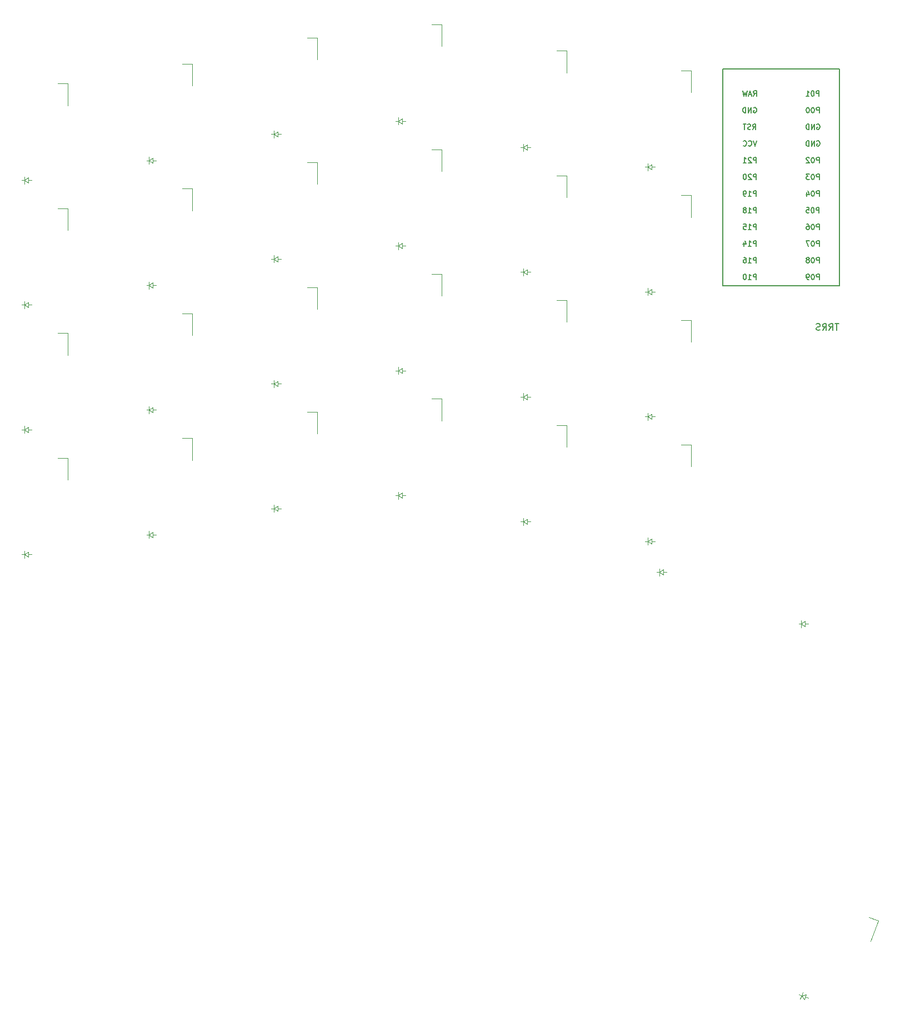
<source format=gbr>
%TF.GenerationSoftware,KiCad,Pcbnew,(6.0.8)*%
%TF.CreationDate,2022-12-10T14:26:34-07:00*%
%TF.ProjectId,scaarix_flow,73636161-7269-4785-9f66-6c6f772e6b69,v1.0.0*%
%TF.SameCoordinates,Original*%
%TF.FileFunction,Legend,Bot*%
%TF.FilePolarity,Positive*%
%FSLAX46Y46*%
G04 Gerber Fmt 4.6, Leading zero omitted, Abs format (unit mm)*
G04 Created by KiCad (PCBNEW (6.0.8)) date 2022-12-10 14:26:34*
%MOMM*%
%LPD*%
G01*
G04 APERTURE LIST*
G04 Aperture macros list*
%AMRoundRect*
0 Rectangle with rounded corners*
0 $1 Rounding radius*
0 $2 $3 $4 $5 $6 $7 $8 $9 X,Y pos of 4 corners*
0 Add a 4 corners polygon primitive as box body*
4,1,4,$2,$3,$4,$5,$6,$7,$8,$9,$2,$3,0*
0 Add four circle primitives for the rounded corners*
1,1,$1+$1,$2,$3*
1,1,$1+$1,$4,$5*
1,1,$1+$1,$6,$7*
1,1,$1+$1,$8,$9*
0 Add four rect primitives between the rounded corners*
20,1,$1+$1,$2,$3,$4,$5,0*
20,1,$1+$1,$4,$5,$6,$7,0*
20,1,$1+$1,$6,$7,$8,$9,0*
20,1,$1+$1,$8,$9,$2,$3,0*%
%AMHorizOval*
0 Thick line with rounded ends*
0 $1 width*
0 $2 $3 position (X,Y) of the first rounded end (center of the circle)*
0 $4 $5 position (X,Y) of the second rounded end (center of the circle)*
0 Add line between two ends*
20,1,$1,$2,$3,$4,$5,0*
0 Add two circle primitives to create the rounded ends*
1,1,$1,$2,$3*
1,1,$1,$4,$5*%
%AMRotRect*
0 Rectangle, with rotation*
0 The origin of the aperture is its center*
0 $1 length*
0 $2 width*
0 $3 Rotation angle, in degrees counterclockwise*
0 Add horizontal line*
21,1,$1,$2,0,0,$3*%
G04 Aperture macros list end*
%ADD10C,0.150000*%
%ADD11C,0.120000*%
%ADD12C,0.100000*%
%ADD13R,1.752600X1.752600*%
%ADD14C,1.752600*%
%ADD15C,1.500000*%
%ADD16O,2.200000X1.600000*%
%ADD17C,3.987800*%
%ADD18C,1.701800*%
%ADD19C,2.350000*%
%ADD20HorizOval,2.350000X-0.713917X-1.431895X0.713917X1.431895X0*%
%ADD21HorizOval,2.350000X-0.713917X1.431895X0.713917X-1.431895X0*%
%ADD22C,1.905000*%
%ADD23R,0.900000X1.200000*%
%ADD24R,1.778000X1.778000*%
%ADD25C,3.048000*%
%ADD26HorizOval,2.350000X-1.179644X-1.080944X1.179644X1.080944X0*%
%ADD27HorizOval,2.350000X-0.153353X1.592634X0.153353X-1.592634X0*%
%ADD28C,2.200000*%
%ADD29RotRect,0.900000X1.200000X339.000000*%
%ADD30RotRect,1.778000X1.778000X339.000000*%
%ADD31RoundRect,0.254000X-0.607235X1.302220X-1.302220X-0.607235X0.607235X-1.302220X1.302220X0.607235X0*%
G04 APERTURE END LIST*
D10*
%TO.C, *%
X269142847Y-102462252D02*
X268571419Y-102462252D01*
X268857133Y-103462252D02*
X268857133Y-102462252D01*
X267666657Y-103462252D02*
X267999990Y-102986062D01*
X268238085Y-103462252D02*
X268238085Y-102462252D01*
X267857133Y-102462252D01*
X267761895Y-102509872D01*
X267714276Y-102557491D01*
X267666657Y-102652729D01*
X267666657Y-102795586D01*
X267714276Y-102890824D01*
X267761895Y-102938443D01*
X267857133Y-102986062D01*
X268238085Y-102986062D01*
X266666657Y-103462252D02*
X266999990Y-102986062D01*
X267238085Y-103462252D02*
X267238085Y-102462252D01*
X266857133Y-102462252D01*
X266761895Y-102509872D01*
X266714276Y-102557491D01*
X266666657Y-102652729D01*
X266666657Y-102795586D01*
X266714276Y-102890824D01*
X266761895Y-102938443D01*
X266857133Y-102986062D01*
X267238085Y-102986062D01*
X266285704Y-103414633D02*
X266142847Y-103462252D01*
X265904752Y-103462252D01*
X265809514Y-103414633D01*
X265761895Y-103367014D01*
X265714276Y-103271776D01*
X265714276Y-103176538D01*
X265761895Y-103081300D01*
X265809514Y-103033681D01*
X265904752Y-102986062D01*
X266095228Y-102938443D01*
X266190466Y-102890824D01*
X266238085Y-102843205D01*
X266285704Y-102747967D01*
X266285704Y-102652729D01*
X266238085Y-102557491D01*
X266190466Y-102509872D01*
X266095228Y-102462252D01*
X265857133Y-102462252D01*
X265714276Y-102509872D01*
%TO.C,MCU1*%
X256552983Y-95734122D02*
X256552983Y-94934122D01*
X256248221Y-94934122D01*
X256172031Y-94972218D01*
X256133935Y-95010313D01*
X256095840Y-95086503D01*
X256095840Y-95200789D01*
X256133935Y-95276979D01*
X256172031Y-95315075D01*
X256248221Y-95353170D01*
X256552983Y-95353170D01*
X255333935Y-95734122D02*
X255791078Y-95734122D01*
X255562507Y-95734122D02*
X255562507Y-94934122D01*
X255638697Y-95048408D01*
X255714888Y-95124598D01*
X255791078Y-95162694D01*
X254838697Y-94934122D02*
X254762507Y-94934122D01*
X254686316Y-94972218D01*
X254648221Y-95010313D01*
X254610126Y-95086503D01*
X254572031Y-95238884D01*
X254572031Y-95429360D01*
X254610126Y-95581741D01*
X254648221Y-95657932D01*
X254686316Y-95696027D01*
X254762507Y-95734122D01*
X254838697Y-95734122D01*
X254914888Y-95696027D01*
X254952983Y-95657932D01*
X254991078Y-95581741D01*
X255029174Y-95429360D01*
X255029174Y-95238884D01*
X254991078Y-95086503D01*
X254952983Y-95010313D01*
X254914888Y-94972218D01*
X254838697Y-94934122D01*
X256552983Y-93188842D02*
X256552983Y-92388842D01*
X256248221Y-92388842D01*
X256172031Y-92426938D01*
X256133935Y-92465033D01*
X256095840Y-92541223D01*
X256095840Y-92655509D01*
X256133935Y-92731699D01*
X256172031Y-92769795D01*
X256248221Y-92807890D01*
X256552983Y-92807890D01*
X255333935Y-93188842D02*
X255791078Y-93188842D01*
X255562507Y-93188842D02*
X255562507Y-92388842D01*
X255638697Y-92503128D01*
X255714888Y-92579318D01*
X255791078Y-92617414D01*
X254648221Y-92388842D02*
X254800602Y-92388842D01*
X254876793Y-92426938D01*
X254914888Y-92465033D01*
X254991078Y-92579318D01*
X255029174Y-92731699D01*
X255029174Y-93036461D01*
X254991078Y-93112652D01*
X254952983Y-93150747D01*
X254876793Y-93188842D01*
X254724412Y-93188842D01*
X254648221Y-93150747D01*
X254610126Y-93112652D01*
X254572031Y-93036461D01*
X254572031Y-92845985D01*
X254610126Y-92769795D01*
X254648221Y-92731699D01*
X254724412Y-92693604D01*
X254876793Y-92693604D01*
X254952983Y-92731699D01*
X254991078Y-92769795D01*
X255029174Y-92845985D01*
X256552983Y-90643562D02*
X256552983Y-89843562D01*
X256248221Y-89843562D01*
X256172031Y-89881658D01*
X256133935Y-89919753D01*
X256095840Y-89995943D01*
X256095840Y-90110229D01*
X256133935Y-90186419D01*
X256172031Y-90224515D01*
X256248221Y-90262610D01*
X256552983Y-90262610D01*
X255333935Y-90643562D02*
X255791078Y-90643562D01*
X255562507Y-90643562D02*
X255562507Y-89843562D01*
X255638697Y-89957848D01*
X255714888Y-90034038D01*
X255791078Y-90072134D01*
X254648221Y-90110229D02*
X254648221Y-90643562D01*
X254838697Y-89805467D02*
X255029174Y-90376896D01*
X254533935Y-90376896D01*
X256552983Y-88098283D02*
X256552983Y-87298283D01*
X256248221Y-87298283D01*
X256172031Y-87336379D01*
X256133935Y-87374474D01*
X256095840Y-87450664D01*
X256095840Y-87564950D01*
X256133935Y-87641140D01*
X256172031Y-87679236D01*
X256248221Y-87717331D01*
X256552983Y-87717331D01*
X255333935Y-88098283D02*
X255791078Y-88098283D01*
X255562507Y-88098283D02*
X255562507Y-87298283D01*
X255638697Y-87412569D01*
X255714888Y-87488759D01*
X255791078Y-87526855D01*
X254610126Y-87298283D02*
X254991078Y-87298283D01*
X255029174Y-87679236D01*
X254991078Y-87641140D01*
X254914888Y-87603045D01*
X254724412Y-87603045D01*
X254648221Y-87641140D01*
X254610126Y-87679236D01*
X254572031Y-87755426D01*
X254572031Y-87945902D01*
X254610126Y-88022093D01*
X254648221Y-88060188D01*
X254724412Y-88098283D01*
X254914888Y-88098283D01*
X254991078Y-88060188D01*
X255029174Y-88022093D01*
X256552983Y-85578975D02*
X256552983Y-84778975D01*
X256248221Y-84778975D01*
X256172031Y-84817071D01*
X256133935Y-84855166D01*
X256095840Y-84931356D01*
X256095840Y-85045642D01*
X256133935Y-85121832D01*
X256172031Y-85159928D01*
X256248221Y-85198023D01*
X256552983Y-85198023D01*
X255333935Y-85578975D02*
X255791078Y-85578975D01*
X255562507Y-85578975D02*
X255562507Y-84778975D01*
X255638697Y-84893261D01*
X255714888Y-84969451D01*
X255791078Y-85007547D01*
X254876793Y-85121832D02*
X254952983Y-85083737D01*
X254991078Y-85045642D01*
X255029174Y-84969451D01*
X255029174Y-84931356D01*
X254991078Y-84855166D01*
X254952983Y-84817071D01*
X254876793Y-84778975D01*
X254724412Y-84778975D01*
X254648221Y-84817071D01*
X254610126Y-84855166D01*
X254572031Y-84931356D01*
X254572031Y-84969451D01*
X254610126Y-85045642D01*
X254648221Y-85083737D01*
X254724412Y-85121832D01*
X254876793Y-85121832D01*
X254952983Y-85159928D01*
X254991078Y-85198023D01*
X255029174Y-85274213D01*
X255029174Y-85426594D01*
X254991078Y-85502785D01*
X254952983Y-85540880D01*
X254876793Y-85578975D01*
X254724412Y-85578975D01*
X254648221Y-85540880D01*
X254610126Y-85502785D01*
X254572031Y-85426594D01*
X254572031Y-85274213D01*
X254610126Y-85198023D01*
X254648221Y-85159928D01*
X254724412Y-85121832D01*
X256552983Y-83033696D02*
X256552983Y-82233696D01*
X256248221Y-82233696D01*
X256172031Y-82271792D01*
X256133935Y-82309887D01*
X256095840Y-82386077D01*
X256095840Y-82500363D01*
X256133935Y-82576553D01*
X256172031Y-82614649D01*
X256248221Y-82652744D01*
X256552983Y-82652744D01*
X255333935Y-83033696D02*
X255791078Y-83033696D01*
X255562507Y-83033696D02*
X255562507Y-82233696D01*
X255638697Y-82347982D01*
X255714888Y-82424172D01*
X255791078Y-82462268D01*
X254952983Y-83033696D02*
X254800602Y-83033696D01*
X254724412Y-82995601D01*
X254686316Y-82957506D01*
X254610126Y-82843220D01*
X254572031Y-82690839D01*
X254572031Y-82386077D01*
X254610126Y-82309887D01*
X254648221Y-82271792D01*
X254724412Y-82233696D01*
X254876793Y-82233696D01*
X254952983Y-82271792D01*
X254991078Y-82309887D01*
X255029174Y-82386077D01*
X255029174Y-82576553D01*
X254991078Y-82652744D01*
X254952983Y-82690839D01*
X254876793Y-82728934D01*
X254724412Y-82728934D01*
X254648221Y-82690839D01*
X254610126Y-82652744D01*
X254572031Y-82576553D01*
X256552983Y-80488417D02*
X256552983Y-79688417D01*
X256248221Y-79688417D01*
X256172031Y-79726513D01*
X256133935Y-79764608D01*
X256095840Y-79840798D01*
X256095840Y-79955084D01*
X256133935Y-80031274D01*
X256172031Y-80069370D01*
X256248221Y-80107465D01*
X256552983Y-80107465D01*
X255791078Y-79764608D02*
X255752983Y-79726513D01*
X255676793Y-79688417D01*
X255486316Y-79688417D01*
X255410126Y-79726513D01*
X255372031Y-79764608D01*
X255333935Y-79840798D01*
X255333935Y-79916989D01*
X255372031Y-80031274D01*
X255829174Y-80488417D01*
X255333935Y-80488417D01*
X254838697Y-79688417D02*
X254762507Y-79688417D01*
X254686316Y-79726513D01*
X254648221Y-79764608D01*
X254610126Y-79840798D01*
X254572031Y-79993179D01*
X254572031Y-80183655D01*
X254610126Y-80336036D01*
X254648221Y-80412227D01*
X254686316Y-80450322D01*
X254762507Y-80488417D01*
X254838697Y-80488417D01*
X254914888Y-80450322D01*
X254952983Y-80412227D01*
X254991078Y-80336036D01*
X255029174Y-80183655D01*
X255029174Y-79993179D01*
X254991078Y-79840798D01*
X254952983Y-79764608D01*
X254914888Y-79726513D01*
X254838697Y-79688417D01*
X256552983Y-77943138D02*
X256552983Y-77143138D01*
X256248221Y-77143138D01*
X256172031Y-77181234D01*
X256133935Y-77219329D01*
X256095840Y-77295519D01*
X256095840Y-77409805D01*
X256133935Y-77485995D01*
X256172031Y-77524091D01*
X256248221Y-77562186D01*
X256552983Y-77562186D01*
X255791078Y-77219329D02*
X255752983Y-77181234D01*
X255676793Y-77143138D01*
X255486316Y-77143138D01*
X255410126Y-77181234D01*
X255372031Y-77219329D01*
X255333935Y-77295519D01*
X255333935Y-77371710D01*
X255372031Y-77485995D01*
X255829174Y-77943138D01*
X255333935Y-77943138D01*
X254572031Y-77943138D02*
X255029174Y-77943138D01*
X254800602Y-77943138D02*
X254800602Y-77143138D01*
X254876793Y-77257424D01*
X254952983Y-77333614D01*
X255029174Y-77371710D01*
X256648221Y-74597858D02*
X256381555Y-75397858D01*
X256114888Y-74597858D01*
X255391078Y-75321668D02*
X255429174Y-75359763D01*
X255543459Y-75397858D01*
X255619650Y-75397858D01*
X255733935Y-75359763D01*
X255810126Y-75283573D01*
X255848221Y-75207382D01*
X255886316Y-75055001D01*
X255886316Y-74940715D01*
X255848221Y-74788334D01*
X255810126Y-74712144D01*
X255733935Y-74635954D01*
X255619650Y-74597858D01*
X255543459Y-74597858D01*
X255429174Y-74635954D01*
X255391078Y-74674049D01*
X254591078Y-75321668D02*
X254629174Y-75359763D01*
X254743459Y-75397858D01*
X254819650Y-75397858D01*
X254933935Y-75359763D01*
X255010126Y-75283573D01*
X255048221Y-75207382D01*
X255086316Y-75055001D01*
X255086316Y-74940715D01*
X255048221Y-74788334D01*
X255010126Y-74712144D01*
X254933935Y-74635954D01*
X254819650Y-74597858D01*
X254743459Y-74597858D01*
X254629174Y-74635954D01*
X254591078Y-74674049D01*
X256019650Y-72878551D02*
X256286316Y-72497599D01*
X256476793Y-72878551D02*
X256476793Y-72078551D01*
X256172031Y-72078551D01*
X256095840Y-72116647D01*
X256057745Y-72154742D01*
X256019650Y-72230932D01*
X256019650Y-72345218D01*
X256057745Y-72421408D01*
X256095840Y-72459504D01*
X256172031Y-72497599D01*
X256476793Y-72497599D01*
X255714888Y-72840456D02*
X255600602Y-72878551D01*
X255410126Y-72878551D01*
X255333935Y-72840456D01*
X255295840Y-72802361D01*
X255257745Y-72726170D01*
X255257745Y-72649980D01*
X255295840Y-72573789D01*
X255333935Y-72535694D01*
X255410126Y-72497599D01*
X255562507Y-72459504D01*
X255638697Y-72421408D01*
X255676793Y-72383313D01*
X255714888Y-72307123D01*
X255714888Y-72230932D01*
X255676793Y-72154742D01*
X255638697Y-72116647D01*
X255562507Y-72078551D01*
X255372031Y-72078551D01*
X255257745Y-72116647D01*
X255029174Y-72078551D02*
X254572031Y-72078551D01*
X254800602Y-72878551D02*
X254800602Y-72078551D01*
X256191078Y-69571367D02*
X256267269Y-69533271D01*
X256381555Y-69533271D01*
X256495840Y-69571367D01*
X256572031Y-69647557D01*
X256610126Y-69723747D01*
X256648221Y-69876128D01*
X256648221Y-69990414D01*
X256610126Y-70142795D01*
X256572031Y-70218986D01*
X256495840Y-70295176D01*
X256381555Y-70333271D01*
X256305364Y-70333271D01*
X256191078Y-70295176D01*
X256152983Y-70257081D01*
X256152983Y-69990414D01*
X256305364Y-69990414D01*
X255810126Y-70333271D02*
X255810126Y-69533271D01*
X255352983Y-70333271D01*
X255352983Y-69533271D01*
X254972031Y-70333271D02*
X254972031Y-69533271D01*
X254781555Y-69533271D01*
X254667269Y-69571367D01*
X254591078Y-69647557D01*
X254552983Y-69723747D01*
X254514888Y-69876128D01*
X254514888Y-69990414D01*
X254552983Y-70142795D01*
X254591078Y-70218986D01*
X254667269Y-70295176D01*
X254781555Y-70333271D01*
X254972031Y-70333271D01*
X256133935Y-67787991D02*
X256400602Y-67407039D01*
X256591078Y-67787991D02*
X256591078Y-66987991D01*
X256286316Y-66987991D01*
X256210126Y-67026087D01*
X256172031Y-67064182D01*
X256133935Y-67140372D01*
X256133935Y-67254658D01*
X256172031Y-67330848D01*
X256210126Y-67368944D01*
X256286316Y-67407039D01*
X256591078Y-67407039D01*
X255829174Y-67559420D02*
X255448221Y-67559420D01*
X255905364Y-67787991D02*
X255638697Y-66987991D01*
X255372031Y-67787991D01*
X255181555Y-66987991D02*
X254991078Y-67787991D01*
X254838697Y-67216563D01*
X254686316Y-67787991D01*
X254495840Y-66987991D01*
X266170205Y-95733270D02*
X266170205Y-94933270D01*
X265865443Y-94933270D01*
X265789253Y-94971366D01*
X265751157Y-95009461D01*
X265713062Y-95085651D01*
X265713062Y-95199937D01*
X265751157Y-95276127D01*
X265789253Y-95314223D01*
X265865443Y-95352318D01*
X266170205Y-95352318D01*
X265217824Y-94933270D02*
X265141634Y-94933270D01*
X265065443Y-94971366D01*
X265027348Y-95009461D01*
X264989253Y-95085651D01*
X264951157Y-95238032D01*
X264951157Y-95428508D01*
X264989253Y-95580889D01*
X265027348Y-95657080D01*
X265065443Y-95695175D01*
X265141634Y-95733270D01*
X265217824Y-95733270D01*
X265294015Y-95695175D01*
X265332110Y-95657080D01*
X265370205Y-95580889D01*
X265408300Y-95428508D01*
X265408300Y-95238032D01*
X265370205Y-95085651D01*
X265332110Y-95009461D01*
X265294015Y-94971366D01*
X265217824Y-94933270D01*
X264570205Y-95733270D02*
X264417824Y-95733270D01*
X264341634Y-95695175D01*
X264303538Y-95657080D01*
X264227348Y-95542794D01*
X264189253Y-95390413D01*
X264189253Y-95085651D01*
X264227348Y-95009461D01*
X264265443Y-94971366D01*
X264341634Y-94933270D01*
X264494015Y-94933270D01*
X264570205Y-94971366D01*
X264608300Y-95009461D01*
X264646396Y-95085651D01*
X264646396Y-95276127D01*
X264608300Y-95352318D01*
X264570205Y-95390413D01*
X264494015Y-95428508D01*
X264341634Y-95428508D01*
X264265443Y-95390413D01*
X264227348Y-95352318D01*
X264189253Y-95276127D01*
X266170205Y-93187990D02*
X266170205Y-92387990D01*
X265865443Y-92387990D01*
X265789253Y-92426086D01*
X265751157Y-92464181D01*
X265713062Y-92540371D01*
X265713062Y-92654657D01*
X265751157Y-92730847D01*
X265789253Y-92768943D01*
X265865443Y-92807038D01*
X266170205Y-92807038D01*
X265217824Y-92387990D02*
X265141634Y-92387990D01*
X265065443Y-92426086D01*
X265027348Y-92464181D01*
X264989253Y-92540371D01*
X264951157Y-92692752D01*
X264951157Y-92883228D01*
X264989253Y-93035609D01*
X265027348Y-93111800D01*
X265065443Y-93149895D01*
X265141634Y-93187990D01*
X265217824Y-93187990D01*
X265294015Y-93149895D01*
X265332110Y-93111800D01*
X265370205Y-93035609D01*
X265408300Y-92883228D01*
X265408300Y-92692752D01*
X265370205Y-92540371D01*
X265332110Y-92464181D01*
X265294015Y-92426086D01*
X265217824Y-92387990D01*
X264494015Y-92730847D02*
X264570205Y-92692752D01*
X264608300Y-92654657D01*
X264646396Y-92578466D01*
X264646396Y-92540371D01*
X264608300Y-92464181D01*
X264570205Y-92426086D01*
X264494015Y-92387990D01*
X264341634Y-92387990D01*
X264265443Y-92426086D01*
X264227348Y-92464181D01*
X264189253Y-92540371D01*
X264189253Y-92578466D01*
X264227348Y-92654657D01*
X264265443Y-92692752D01*
X264341634Y-92730847D01*
X264494015Y-92730847D01*
X264570205Y-92768943D01*
X264608300Y-92807038D01*
X264646396Y-92883228D01*
X264646396Y-93035609D01*
X264608300Y-93111800D01*
X264570205Y-93149895D01*
X264494015Y-93187990D01*
X264341634Y-93187990D01*
X264265443Y-93149895D01*
X264227348Y-93111800D01*
X264189253Y-93035609D01*
X264189253Y-92883228D01*
X264227348Y-92807038D01*
X264265443Y-92768943D01*
X264341634Y-92730847D01*
X266170205Y-90642711D02*
X266170205Y-89842711D01*
X265865443Y-89842711D01*
X265789253Y-89880807D01*
X265751157Y-89918902D01*
X265713062Y-89995092D01*
X265713062Y-90109378D01*
X265751157Y-90185568D01*
X265789253Y-90223664D01*
X265865443Y-90261759D01*
X266170205Y-90261759D01*
X265217824Y-89842711D02*
X265141634Y-89842711D01*
X265065443Y-89880807D01*
X265027348Y-89918902D01*
X264989253Y-89995092D01*
X264951157Y-90147473D01*
X264951157Y-90337949D01*
X264989253Y-90490330D01*
X265027348Y-90566521D01*
X265065443Y-90604616D01*
X265141634Y-90642711D01*
X265217824Y-90642711D01*
X265294015Y-90604616D01*
X265332110Y-90566521D01*
X265370205Y-90490330D01*
X265408300Y-90337949D01*
X265408300Y-90147473D01*
X265370205Y-89995092D01*
X265332110Y-89918902D01*
X265294015Y-89880807D01*
X265217824Y-89842711D01*
X264684491Y-89842711D02*
X264151157Y-89842711D01*
X264494015Y-90642711D01*
X266170205Y-88123403D02*
X266170205Y-87323403D01*
X265865443Y-87323403D01*
X265789253Y-87361499D01*
X265751157Y-87399594D01*
X265713062Y-87475784D01*
X265713062Y-87590070D01*
X265751157Y-87666260D01*
X265789253Y-87704356D01*
X265865443Y-87742451D01*
X266170205Y-87742451D01*
X265217824Y-87323403D02*
X265141634Y-87323403D01*
X265065443Y-87361499D01*
X265027348Y-87399594D01*
X264989253Y-87475784D01*
X264951157Y-87628165D01*
X264951157Y-87818641D01*
X264989253Y-87971022D01*
X265027348Y-88047213D01*
X265065443Y-88085308D01*
X265141634Y-88123403D01*
X265217824Y-88123403D01*
X265294015Y-88085308D01*
X265332110Y-88047213D01*
X265370205Y-87971022D01*
X265408300Y-87818641D01*
X265408300Y-87628165D01*
X265370205Y-87475784D01*
X265332110Y-87399594D01*
X265294015Y-87361499D01*
X265217824Y-87323403D01*
X264265443Y-87323403D02*
X264417824Y-87323403D01*
X264494015Y-87361499D01*
X264532110Y-87399594D01*
X264608300Y-87513879D01*
X264646396Y-87666260D01*
X264646396Y-87971022D01*
X264608300Y-88047213D01*
X264570205Y-88085308D01*
X264494015Y-88123403D01*
X264341634Y-88123403D01*
X264265443Y-88085308D01*
X264227348Y-88047213D01*
X264189253Y-87971022D01*
X264189253Y-87780546D01*
X264227348Y-87704356D01*
X264265443Y-87666260D01*
X264341634Y-87628165D01*
X264494015Y-87628165D01*
X264570205Y-87666260D01*
X264608300Y-87704356D01*
X264646396Y-87780546D01*
X266149928Y-85583404D02*
X266149928Y-84783404D01*
X265845166Y-84783404D01*
X265768976Y-84821500D01*
X265730880Y-84859595D01*
X265692785Y-84935785D01*
X265692785Y-85050071D01*
X265730880Y-85126261D01*
X265768976Y-85164357D01*
X265845166Y-85202452D01*
X266149928Y-85202452D01*
X265197547Y-84783404D02*
X265121357Y-84783404D01*
X265045166Y-84821500D01*
X265007071Y-84859595D01*
X264968976Y-84935785D01*
X264930880Y-85088166D01*
X264930880Y-85278642D01*
X264968976Y-85431023D01*
X265007071Y-85507214D01*
X265045166Y-85545309D01*
X265121357Y-85583404D01*
X265197547Y-85583404D01*
X265273738Y-85545309D01*
X265311833Y-85507214D01*
X265349928Y-85431023D01*
X265388023Y-85278642D01*
X265388023Y-85088166D01*
X265349928Y-84935785D01*
X265311833Y-84859595D01*
X265273738Y-84821500D01*
X265197547Y-84783404D01*
X264207071Y-84783404D02*
X264588023Y-84783404D01*
X264626119Y-85164357D01*
X264588023Y-85126261D01*
X264511833Y-85088166D01*
X264321357Y-85088166D01*
X264245166Y-85126261D01*
X264207071Y-85164357D01*
X264168976Y-85240547D01*
X264168976Y-85431023D01*
X264207071Y-85507214D01*
X264245166Y-85545309D01*
X264321357Y-85583404D01*
X264511833Y-85583404D01*
X264588023Y-85545309D01*
X264626119Y-85507214D01*
X266170205Y-83032844D02*
X266170205Y-82232844D01*
X265865443Y-82232844D01*
X265789253Y-82270940D01*
X265751157Y-82309035D01*
X265713062Y-82385225D01*
X265713062Y-82499511D01*
X265751157Y-82575701D01*
X265789253Y-82613797D01*
X265865443Y-82651892D01*
X266170205Y-82651892D01*
X265217824Y-82232844D02*
X265141634Y-82232844D01*
X265065443Y-82270940D01*
X265027348Y-82309035D01*
X264989253Y-82385225D01*
X264951157Y-82537606D01*
X264951157Y-82728082D01*
X264989253Y-82880463D01*
X265027348Y-82956654D01*
X265065443Y-82994749D01*
X265141634Y-83032844D01*
X265217824Y-83032844D01*
X265294015Y-82994749D01*
X265332110Y-82956654D01*
X265370205Y-82880463D01*
X265408300Y-82728082D01*
X265408300Y-82537606D01*
X265370205Y-82385225D01*
X265332110Y-82309035D01*
X265294015Y-82270940D01*
X265217824Y-82232844D01*
X264265443Y-82499511D02*
X264265443Y-83032844D01*
X264455919Y-82194749D02*
X264646396Y-82766178D01*
X264151157Y-82766178D01*
X266170205Y-80487566D02*
X266170205Y-79687566D01*
X265865443Y-79687566D01*
X265789253Y-79725662D01*
X265751157Y-79763757D01*
X265713062Y-79839947D01*
X265713062Y-79954233D01*
X265751157Y-80030423D01*
X265789253Y-80068519D01*
X265865443Y-80106614D01*
X266170205Y-80106614D01*
X265217824Y-79687566D02*
X265141634Y-79687566D01*
X265065443Y-79725662D01*
X265027348Y-79763757D01*
X264989253Y-79839947D01*
X264951157Y-79992328D01*
X264951157Y-80182804D01*
X264989253Y-80335185D01*
X265027348Y-80411376D01*
X265065443Y-80449471D01*
X265141634Y-80487566D01*
X265217824Y-80487566D01*
X265294015Y-80449471D01*
X265332110Y-80411376D01*
X265370205Y-80335185D01*
X265408300Y-80182804D01*
X265408300Y-79992328D01*
X265370205Y-79839947D01*
X265332110Y-79763757D01*
X265294015Y-79725662D01*
X265217824Y-79687566D01*
X264684491Y-79687566D02*
X264189253Y-79687566D01*
X264455919Y-79992328D01*
X264341634Y-79992328D01*
X264265443Y-80030423D01*
X264227348Y-80068519D01*
X264189253Y-80144709D01*
X264189253Y-80335185D01*
X264227348Y-80411376D01*
X264265443Y-80449471D01*
X264341634Y-80487566D01*
X264570205Y-80487566D01*
X264646396Y-80449471D01*
X264684491Y-80411376D01*
X266170205Y-77942286D02*
X266170205Y-77142286D01*
X265865443Y-77142286D01*
X265789253Y-77180382D01*
X265751157Y-77218477D01*
X265713062Y-77294667D01*
X265713062Y-77408953D01*
X265751157Y-77485143D01*
X265789253Y-77523239D01*
X265865443Y-77561334D01*
X266170205Y-77561334D01*
X265217824Y-77142286D02*
X265141634Y-77142286D01*
X265065443Y-77180382D01*
X265027348Y-77218477D01*
X264989253Y-77294667D01*
X264951157Y-77447048D01*
X264951157Y-77637524D01*
X264989253Y-77789905D01*
X265027348Y-77866096D01*
X265065443Y-77904191D01*
X265141634Y-77942286D01*
X265217824Y-77942286D01*
X265294015Y-77904191D01*
X265332110Y-77866096D01*
X265370205Y-77789905D01*
X265408300Y-77637524D01*
X265408300Y-77447048D01*
X265370205Y-77294667D01*
X265332110Y-77218477D01*
X265294015Y-77180382D01*
X265217824Y-77142286D01*
X264646396Y-77218477D02*
X264608300Y-77180382D01*
X264532110Y-77142286D01*
X264341634Y-77142286D01*
X264265443Y-77180382D01*
X264227348Y-77218477D01*
X264189253Y-77294667D01*
X264189253Y-77370858D01*
X264227348Y-77485143D01*
X264684491Y-77942286D01*
X264189253Y-77942286D01*
X265808300Y-74661075D02*
X265884491Y-74622979D01*
X265998777Y-74622979D01*
X266113062Y-74661075D01*
X266189253Y-74737265D01*
X266227348Y-74813455D01*
X266265443Y-74965836D01*
X266265443Y-75080122D01*
X266227348Y-75232503D01*
X266189253Y-75308694D01*
X266113062Y-75384884D01*
X265998777Y-75422979D01*
X265922586Y-75422979D01*
X265808300Y-75384884D01*
X265770205Y-75346789D01*
X265770205Y-75080122D01*
X265922586Y-75080122D01*
X265427348Y-75422979D02*
X265427348Y-74622979D01*
X264970205Y-75422979D01*
X264970205Y-74622979D01*
X264589253Y-75422979D02*
X264589253Y-74622979D01*
X264398777Y-74622979D01*
X264284491Y-74661075D01*
X264208300Y-74737265D01*
X264170205Y-74813455D01*
X264132110Y-74965836D01*
X264132110Y-75080122D01*
X264170205Y-75232503D01*
X264208300Y-75308694D01*
X264284491Y-75384884D01*
X264398777Y-75422979D01*
X264589253Y-75422979D01*
X265808300Y-72115795D02*
X265884491Y-72077699D01*
X265998777Y-72077699D01*
X266113062Y-72115795D01*
X266189253Y-72191985D01*
X266227348Y-72268175D01*
X266265443Y-72420556D01*
X266265443Y-72534842D01*
X266227348Y-72687223D01*
X266189253Y-72763414D01*
X266113062Y-72839604D01*
X265998777Y-72877699D01*
X265922586Y-72877699D01*
X265808300Y-72839604D01*
X265770205Y-72801509D01*
X265770205Y-72534842D01*
X265922586Y-72534842D01*
X265427348Y-72877699D02*
X265427348Y-72077699D01*
X264970205Y-72877699D01*
X264970205Y-72077699D01*
X264589253Y-72877699D02*
X264589253Y-72077699D01*
X264398777Y-72077699D01*
X264284491Y-72115795D01*
X264208300Y-72191985D01*
X264170205Y-72268175D01*
X264132110Y-72420556D01*
X264132110Y-72534842D01*
X264170205Y-72687223D01*
X264208300Y-72763414D01*
X264284491Y-72839604D01*
X264398777Y-72877699D01*
X264589253Y-72877699D01*
X266170205Y-70332420D02*
X266170205Y-69532420D01*
X265865443Y-69532420D01*
X265789253Y-69570516D01*
X265751157Y-69608611D01*
X265713062Y-69684801D01*
X265713062Y-69799087D01*
X265751157Y-69875277D01*
X265789253Y-69913373D01*
X265865443Y-69951468D01*
X266170205Y-69951468D01*
X265217824Y-69532420D02*
X265141634Y-69532420D01*
X265065443Y-69570516D01*
X265027348Y-69608611D01*
X264989253Y-69684801D01*
X264951157Y-69837182D01*
X264951157Y-70027658D01*
X264989253Y-70180039D01*
X265027348Y-70256230D01*
X265065443Y-70294325D01*
X265141634Y-70332420D01*
X265217824Y-70332420D01*
X265294015Y-70294325D01*
X265332110Y-70256230D01*
X265370205Y-70180039D01*
X265408300Y-70027658D01*
X265408300Y-69837182D01*
X265370205Y-69684801D01*
X265332110Y-69608611D01*
X265294015Y-69570516D01*
X265217824Y-69532420D01*
X264455919Y-69532420D02*
X264379729Y-69532420D01*
X264303538Y-69570516D01*
X264265443Y-69608611D01*
X264227348Y-69684801D01*
X264189253Y-69837182D01*
X264189253Y-70027658D01*
X264227348Y-70180039D01*
X264265443Y-70256230D01*
X264303538Y-70294325D01*
X264379729Y-70332420D01*
X264455919Y-70332420D01*
X264532110Y-70294325D01*
X264570205Y-70256230D01*
X264608300Y-70180039D01*
X264646396Y-70027658D01*
X264646396Y-69837182D01*
X264608300Y-69684801D01*
X264570205Y-69608611D01*
X264532110Y-69570516D01*
X264455919Y-69532420D01*
X266149928Y-67803404D02*
X266149928Y-67003404D01*
X265845166Y-67003404D01*
X265768976Y-67041500D01*
X265730880Y-67079595D01*
X265692785Y-67155785D01*
X265692785Y-67270071D01*
X265730880Y-67346261D01*
X265768976Y-67384357D01*
X265845166Y-67422452D01*
X266149928Y-67422452D01*
X265197547Y-67003404D02*
X265121357Y-67003404D01*
X265045166Y-67041500D01*
X265007071Y-67079595D01*
X264968976Y-67155785D01*
X264930880Y-67308166D01*
X264930880Y-67498642D01*
X264968976Y-67651023D01*
X265007071Y-67727214D01*
X265045166Y-67765309D01*
X265121357Y-67803404D01*
X265197547Y-67803404D01*
X265273738Y-67765309D01*
X265311833Y-67727214D01*
X265349928Y-67651023D01*
X265388023Y-67498642D01*
X265388023Y-67308166D01*
X265349928Y-67155785D01*
X265311833Y-67079595D01*
X265273738Y-67041500D01*
X265197547Y-67003404D01*
X264168976Y-67803404D02*
X264626119Y-67803404D01*
X264397547Y-67803404D02*
X264397547Y-67003404D01*
X264473738Y-67117690D01*
X264549928Y-67193880D01*
X264626119Y-67231976D01*
X269268500Y-96651500D02*
X251488500Y-96651500D01*
X251488500Y-63631500D02*
X269268500Y-63631500D01*
X269268500Y-63631500D02*
X269268500Y-96651500D01*
X251488500Y-96651500D02*
X251488500Y-63631500D01*
D11*
%TO.C,S18*%
X227641000Y-98911500D02*
X227641000Y-102236500D01*
X227641000Y-98911500D02*
X226116000Y-98911500D01*
%TO.C,S7*%
X170641000Y-81911500D02*
X169116000Y-81911500D01*
X170641000Y-81911500D02*
X170641000Y-85236500D01*
%TO.C,S4*%
X151641000Y-65911500D02*
X150116000Y-65911500D01*
X151641000Y-65911500D02*
X151641000Y-69236500D01*
%TO.C,S22*%
X246641000Y-101911500D02*
X245116000Y-101911500D01*
X246641000Y-101911500D02*
X246641000Y-105236500D01*
%TO.C,S13*%
X208641000Y-113911500D02*
X208641000Y-117236500D01*
X208641000Y-113911500D02*
X207116000Y-113911500D01*
D12*
%TO.C,D19*%
X221628500Y-94611500D02*
X222128500Y-94611500D01*
X221028500Y-94611500D02*
X221628500Y-94211500D01*
X220628500Y-94611500D02*
X221028500Y-94611500D01*
X221628500Y-95011500D02*
X221028500Y-94611500D01*
X221028500Y-94611500D02*
X221028500Y-94061500D01*
X221628500Y-94211500D02*
X221628500Y-95011500D01*
X221028500Y-94611500D02*
X221028500Y-95161500D01*
%TO.C,D4*%
X145028500Y-80611500D02*
X145028500Y-80061500D01*
X145028500Y-80611500D02*
X145028500Y-81161500D01*
X145628500Y-81011500D02*
X145028500Y-80611500D01*
X145628500Y-80611500D02*
X146128500Y-80611500D01*
X145028500Y-80611500D02*
X145628500Y-80211500D01*
X144628500Y-80611500D02*
X145028500Y-80611500D01*
X145628500Y-80211500D02*
X145628500Y-81011500D01*
D11*
%TO.C,S11*%
X189641000Y-77911500D02*
X188116000Y-77911500D01*
X189641000Y-77911500D02*
X189641000Y-81236500D01*
%TO.C,S8*%
X170641000Y-62911500D02*
X169116000Y-62911500D01*
X170641000Y-62911500D02*
X170641000Y-66236500D01*
D12*
%TO.C,D21*%
X240628500Y-135211500D02*
X240628500Y-136011500D01*
X240028500Y-135611500D02*
X240028500Y-136161500D01*
X240628500Y-136011500D02*
X240028500Y-135611500D01*
X240028500Y-135611500D02*
X240028500Y-135061500D01*
X239628500Y-135611500D02*
X240028500Y-135611500D01*
X240028500Y-135611500D02*
X240628500Y-135211500D01*
X240628500Y-135611500D02*
X241128500Y-135611500D01*
%TO.C,D16*%
X202628500Y-71611500D02*
X203128500Y-71611500D01*
X202028500Y-71611500D02*
X202628500Y-71211500D01*
X201628500Y-71611500D02*
X202028500Y-71611500D01*
X202628500Y-71211500D02*
X202628500Y-72011500D01*
X202628500Y-72011500D02*
X202028500Y-71611500D01*
X202028500Y-71611500D02*
X202028500Y-72161500D01*
X202028500Y-71611500D02*
X202028500Y-71061500D01*
D11*
%TO.C,S17*%
X227641000Y-117911500D02*
X226116000Y-117911500D01*
X227641000Y-117911500D02*
X227641000Y-121236500D01*
D12*
%TO.C,D5*%
X164628500Y-135011500D02*
X164028500Y-134611500D01*
X164028500Y-134611500D02*
X164028500Y-135161500D01*
X164028500Y-134611500D02*
X164028500Y-134061500D01*
X163628500Y-134611500D02*
X164028500Y-134611500D01*
X164628500Y-134211500D02*
X164628500Y-135011500D01*
X164628500Y-134611500D02*
X165128500Y-134611500D01*
X164028500Y-134611500D02*
X164628500Y-134211500D01*
%TO.C,D7*%
X164028500Y-96611500D02*
X164028500Y-96061500D01*
X164628500Y-96211500D02*
X164628500Y-97011500D01*
X163628500Y-96611500D02*
X164028500Y-96611500D01*
X164628500Y-97011500D02*
X164028500Y-96611500D01*
X164028500Y-96611500D02*
X164028500Y-97161500D01*
X164028500Y-96611500D02*
X164628500Y-96211500D01*
X164628500Y-96611500D02*
X165128500Y-96611500D01*
D11*
%TO.C,S12*%
X189641000Y-58911500D02*
X189641000Y-62236500D01*
X189641000Y-58911500D02*
X188116000Y-58911500D01*
D12*
%TO.C,D2*%
X145628500Y-119011500D02*
X145028500Y-118611500D01*
X145628500Y-118611500D02*
X146128500Y-118611500D01*
X145028500Y-118611500D02*
X145628500Y-118211500D01*
X145628500Y-118211500D02*
X145628500Y-119011500D01*
X145028500Y-118611500D02*
X145028500Y-118061500D01*
X144628500Y-118611500D02*
X145028500Y-118611500D01*
X145028500Y-118611500D02*
X145028500Y-119161500D01*
D11*
%TO.C,S10*%
X189641000Y-96911500D02*
X188116000Y-96911500D01*
X189641000Y-96911500D02*
X189641000Y-100236500D01*
%TO.C,S6*%
X170641000Y-100911500D02*
X170641000Y-104236500D01*
X170641000Y-100911500D02*
X169116000Y-100911500D01*
D12*
%TO.C,D14*%
X202628500Y-109211500D02*
X202628500Y-110011500D01*
X202628500Y-110011500D02*
X202028500Y-109611500D01*
X202028500Y-109611500D02*
X202028500Y-109061500D01*
X202028500Y-109611500D02*
X202028500Y-110161500D01*
X202028500Y-109611500D02*
X202628500Y-109211500D01*
X201628500Y-109611500D02*
X202028500Y-109611500D01*
X202628500Y-109611500D02*
X203128500Y-109611500D01*
%TO.C,D20*%
X221028500Y-75611500D02*
X221028500Y-75061500D01*
X221628500Y-76011500D02*
X221028500Y-75611500D01*
X221028500Y-75611500D02*
X221628500Y-75211500D01*
X221628500Y-75611500D02*
X222128500Y-75611500D01*
X220628500Y-75611500D02*
X221028500Y-75611500D01*
X221028500Y-75611500D02*
X221028500Y-76161500D01*
X221628500Y-75211500D02*
X221628500Y-76011500D01*
D11*
%TO.C,S2*%
X151641000Y-103911500D02*
X150116000Y-103911500D01*
X151641000Y-103911500D02*
X151641000Y-107236500D01*
D12*
%TO.C,D13*%
X202028500Y-128611500D02*
X202028500Y-129161500D01*
X202628500Y-128611500D02*
X203128500Y-128611500D01*
X202028500Y-128611500D02*
X202628500Y-128211500D01*
X202028500Y-128611500D02*
X202028500Y-128061500D01*
X202628500Y-128211500D02*
X202628500Y-129011500D01*
X201628500Y-128611500D02*
X202028500Y-128611500D01*
X202628500Y-129011500D02*
X202028500Y-128611500D01*
D11*
%TO.C,S20*%
X227641000Y-60911500D02*
X227641000Y-64236500D01*
X227641000Y-60911500D02*
X226116000Y-60911500D01*
D12*
%TO.C,D17*%
X221028500Y-132611500D02*
X221628500Y-132211500D01*
X221028500Y-132611500D02*
X221028500Y-132061500D01*
X221028500Y-132611500D02*
X221028500Y-133161500D01*
X221628500Y-132611500D02*
X222128500Y-132611500D01*
X220628500Y-132611500D02*
X221028500Y-132611500D01*
X221628500Y-132211500D02*
X221628500Y-133011500D01*
X221628500Y-133011500D02*
X221028500Y-132611500D01*
D11*
%TO.C,S19*%
X227641000Y-79911500D02*
X227641000Y-83236500D01*
X227641000Y-79911500D02*
X226116000Y-79911500D01*
%TO.C,S15*%
X208641000Y-75911500D02*
X208641000Y-79236500D01*
X208641000Y-75911500D02*
X207116000Y-75911500D01*
%TO.C,S27*%
X275154439Y-193421281D02*
X273962866Y-196525435D01*
X275154439Y-193421281D02*
X273730729Y-192874769D01*
D12*
%TO.C,D6*%
X164028500Y-115611500D02*
X164028500Y-115061500D01*
X164028500Y-115611500D02*
X164028500Y-116161500D01*
X163628500Y-115611500D02*
X164028500Y-115611500D01*
X164028500Y-115611500D02*
X164628500Y-115211500D01*
X164628500Y-116011500D02*
X164028500Y-115611500D01*
X164628500Y-115611500D02*
X165128500Y-115611500D01*
X164628500Y-115211500D02*
X164628500Y-116011500D01*
%TO.C,D18*%
X221028500Y-113611500D02*
X221028500Y-114161500D01*
X221628500Y-113611500D02*
X222128500Y-113611500D01*
X221028500Y-113611500D02*
X221028500Y-113061500D01*
X221028500Y-113611500D02*
X221628500Y-113211500D01*
X221628500Y-114011500D02*
X221028500Y-113611500D01*
X221628500Y-113211500D02*
X221628500Y-114011500D01*
X220628500Y-113611500D02*
X221028500Y-113611500D01*
%TO.C,D11*%
X183628500Y-92211500D02*
X183628500Y-93011500D01*
X183028500Y-92611500D02*
X183628500Y-92211500D01*
X183028500Y-92611500D02*
X183028500Y-92061500D01*
X183628500Y-93011500D02*
X183028500Y-92611500D01*
X183028500Y-92611500D02*
X183028500Y-93161500D01*
X183628500Y-92611500D02*
X184128500Y-92611500D01*
X182628500Y-92611500D02*
X183028500Y-92611500D01*
D11*
%TO.C,S21*%
X246641000Y-120911500D02*
X246641000Y-124236500D01*
X246641000Y-120911500D02*
X245116000Y-120911500D01*
%TO.C,S9*%
X189641000Y-115911500D02*
X189641000Y-119236500D01*
X189641000Y-115911500D02*
X188116000Y-115911500D01*
D12*
%TO.C,D22*%
X240028500Y-116611500D02*
X240628500Y-116211500D01*
X240028500Y-116611500D02*
X240028500Y-117161500D01*
X239628500Y-116611500D02*
X240028500Y-116611500D01*
X240628500Y-116611500D02*
X241128500Y-116611500D01*
X240028500Y-116611500D02*
X240028500Y-116061500D01*
X240628500Y-117011500D02*
X240028500Y-116611500D01*
X240628500Y-116211500D02*
X240628500Y-117011500D01*
%TO.C,D12*%
X183028500Y-73611500D02*
X183028500Y-73061500D01*
X183028500Y-73611500D02*
X183628500Y-73211500D01*
X183028500Y-73611500D02*
X183028500Y-74161500D01*
X183628500Y-74011500D02*
X183028500Y-73611500D01*
X182628500Y-73611500D02*
X183028500Y-73611500D01*
X183628500Y-73211500D02*
X183628500Y-74011500D01*
X183628500Y-73611500D02*
X184128500Y-73611500D01*
%TO.C,D25*%
X241815570Y-140311500D02*
X241815570Y-139761500D01*
X241815570Y-140311500D02*
X242415570Y-139911500D01*
X242415570Y-140711500D02*
X241815570Y-140311500D01*
X241815570Y-140311500D02*
X241815570Y-140861500D01*
X242415570Y-140311500D02*
X242915570Y-140311500D01*
X241415570Y-140311500D02*
X241815570Y-140311500D01*
X242415570Y-139911500D02*
X242415570Y-140711500D01*
%TO.C,D26*%
X264028500Y-148577964D02*
X263428500Y-148177964D01*
X264028500Y-148177964D02*
X264528500Y-148177964D01*
X263428500Y-148177964D02*
X263428500Y-148727964D01*
X263028500Y-148177964D02*
X263428500Y-148177964D01*
X263428500Y-148177964D02*
X263428500Y-147627964D01*
X263428500Y-148177964D02*
X264028500Y-147777964D01*
X264028500Y-147777964D02*
X264028500Y-148577964D01*
D11*
%TO.C,S23*%
X246641000Y-82911500D02*
X245116000Y-82911500D01*
X246641000Y-82911500D02*
X246641000Y-86236500D01*
D12*
%TO.C,D15*%
X202628500Y-90211500D02*
X202628500Y-91011500D01*
X202028500Y-90611500D02*
X202028500Y-90061500D01*
X201628500Y-90611500D02*
X202028500Y-90611500D01*
X202628500Y-90611500D02*
X203128500Y-90611500D01*
X202628500Y-91011500D02*
X202028500Y-90611500D01*
X202028500Y-90611500D02*
X202028500Y-91161500D01*
X202028500Y-90611500D02*
X202628500Y-90211500D01*
%TO.C,D23*%
X240028500Y-97611500D02*
X240628500Y-97211500D01*
X239628500Y-97611500D02*
X240028500Y-97611500D01*
X240628500Y-97211500D02*
X240628500Y-98011500D01*
X240628500Y-97611500D02*
X241128500Y-97611500D01*
X240028500Y-97611500D02*
X240028500Y-97061500D01*
X240628500Y-98011500D02*
X240028500Y-97611500D01*
X240028500Y-97611500D02*
X240028500Y-98161500D01*
%TO.C,D24*%
X239628500Y-78611500D02*
X240028500Y-78611500D01*
X240628500Y-78611500D02*
X241128500Y-78611500D01*
X240028500Y-78611500D02*
X240028500Y-78061500D01*
X240028500Y-78611500D02*
X240028500Y-79161500D01*
X240028500Y-78611500D02*
X240628500Y-78211500D01*
X240628500Y-79011500D02*
X240028500Y-78611500D01*
X240628500Y-78211500D02*
X240628500Y-79011500D01*
D11*
%TO.C,S16*%
X208641000Y-56911500D02*
X208641000Y-60236500D01*
X208641000Y-56911500D02*
X207116000Y-56911500D01*
%TO.C,S5*%
X170641000Y-119911500D02*
X169116000Y-119911500D01*
X170641000Y-119911500D02*
X170641000Y-123236500D01*
D12*
%TO.C,D27*%
X263466460Y-204775205D02*
X264169955Y-204616794D01*
X264169955Y-204616794D02*
X263883261Y-205363658D01*
X263466460Y-204775205D02*
X263663562Y-204261736D01*
X264026608Y-204990226D02*
X264493398Y-205169410D01*
X263093028Y-204631858D02*
X263466460Y-204775205D01*
X263883261Y-205363658D02*
X263466460Y-204775205D01*
X263466460Y-204775205D02*
X263269357Y-205288674D01*
D11*
%TO.C,S1*%
X151641000Y-122911500D02*
X151641000Y-126236500D01*
X151641000Y-122911500D02*
X150116000Y-122911500D01*
%TO.C,S14*%
X208641000Y-94911500D02*
X207116000Y-94911500D01*
X208641000Y-94911500D02*
X208641000Y-98236500D01*
D12*
%TO.C,D8*%
X164628500Y-77211500D02*
X164628500Y-78011500D01*
X164028500Y-77611500D02*
X164628500Y-77211500D01*
X164628500Y-78011500D02*
X164028500Y-77611500D01*
X164028500Y-77611500D02*
X164028500Y-77061500D01*
X163628500Y-77611500D02*
X164028500Y-77611500D01*
X164028500Y-77611500D02*
X164028500Y-78161500D01*
X164628500Y-77611500D02*
X165128500Y-77611500D01*
%TO.C,D10*%
X183028500Y-111611500D02*
X183028500Y-112161500D01*
X183628500Y-111611500D02*
X184128500Y-111611500D01*
X182628500Y-111611500D02*
X183028500Y-111611500D01*
X183028500Y-111611500D02*
X183028500Y-111061500D01*
X183628500Y-112011500D02*
X183028500Y-111611500D01*
X183028500Y-111611500D02*
X183628500Y-111211500D01*
X183628500Y-111211500D02*
X183628500Y-112011500D01*
%TO.C,D9*%
X183628500Y-131011500D02*
X183028500Y-130611500D01*
X182628500Y-130611500D02*
X183028500Y-130611500D01*
X183028500Y-130611500D02*
X183028500Y-131161500D01*
X183628500Y-130611500D02*
X184128500Y-130611500D01*
X183028500Y-130611500D02*
X183628500Y-130211500D01*
X183628500Y-130211500D02*
X183628500Y-131011500D01*
X183028500Y-130611500D02*
X183028500Y-130061500D01*
%TO.C,D1*%
X145028500Y-137611500D02*
X145028500Y-137061500D01*
X145028500Y-137611500D02*
X145628500Y-137211500D01*
X145028500Y-137611500D02*
X145028500Y-138161500D01*
X144628500Y-137611500D02*
X145028500Y-137611500D01*
X145628500Y-138011500D02*
X145028500Y-137611500D01*
X145628500Y-137611500D02*
X146128500Y-137611500D01*
X145628500Y-137211500D02*
X145628500Y-138011500D01*
%TO.C,D3*%
X145628500Y-99611500D02*
X146128500Y-99611500D01*
X144628500Y-99611500D02*
X145028500Y-99611500D01*
X145028500Y-99611500D02*
X145028500Y-99061500D01*
X145628500Y-99211500D02*
X145628500Y-100011500D01*
X145028500Y-99611500D02*
X145028500Y-100161500D01*
X145628500Y-100011500D02*
X145028500Y-99611500D01*
X145028500Y-99611500D02*
X145628500Y-99211500D01*
D11*
%TO.C,S3*%
X151641000Y-84911500D02*
X150116000Y-84911500D01*
X151641000Y-84911500D02*
X151641000Y-88236500D01*
%TO.C,S24*%
X246641000Y-63911500D02*
X246641000Y-67236500D01*
X246641000Y-63911500D02*
X245116000Y-63911500D01*
%TD*%
D13*
%TO.C,MCU1*%
X252758500Y-67441500D03*
D14*
X252758500Y-69981500D03*
X252758500Y-72521500D03*
X252758500Y-75061500D03*
X252758500Y-77601500D03*
X252758500Y-80141500D03*
X252758500Y-82681500D03*
X252758500Y-85221500D03*
X252758500Y-87761500D03*
X252758500Y-90301500D03*
X252758500Y-92841500D03*
X252758500Y-95381500D03*
X267998500Y-67441500D03*
X267998500Y-69981500D03*
X267998500Y-72521500D03*
X267998500Y-75061500D03*
X267998500Y-77601500D03*
X267998500Y-80141500D03*
X267998500Y-82681500D03*
X267998500Y-85221500D03*
X267998500Y-87761500D03*
X267998500Y-90301500D03*
X267998500Y-92841500D03*
X267998500Y-95381500D03*
%TD*%
%LPC*%
D15*
%TO.C, *%
X263778500Y-103111500D03*
X270778500Y-103111500D03*
D16*
X261078500Y-105411500D03*
X261078500Y-100811500D03*
X262178500Y-100811500D03*
X262178500Y-105411500D03*
X266178500Y-100811500D03*
X266178500Y-105411500D03*
X269178500Y-100811500D03*
X269178500Y-105411500D03*
%TD*%
D13*
%TO.C,MCU1*%
X252758500Y-67441500D03*
D14*
X252758500Y-69981500D03*
X252758500Y-72521500D03*
X252758500Y-75061500D03*
X252758500Y-77601500D03*
X252758500Y-80141500D03*
X252758500Y-82681500D03*
X252758500Y-85221500D03*
X252758500Y-87761500D03*
X252758500Y-90301500D03*
X252758500Y-92841500D03*
X252758500Y-95381500D03*
X267998500Y-67441500D03*
X267998500Y-69981500D03*
X267998500Y-72521500D03*
X267998500Y-75061500D03*
X267998500Y-77601500D03*
X267998500Y-80141500D03*
X267998500Y-82681500D03*
X267998500Y-85221500D03*
X267998500Y-87761500D03*
X267998500Y-90301500D03*
X267998500Y-92841500D03*
X267998500Y-95381500D03*
%TD*%
D17*
%TO.C,S18*%
X221378500Y-105411500D03*
D18*
X216298500Y-105411500D03*
X226458500Y-105411500D03*
D19*
X218838500Y-100331500D03*
D20*
X218215487Y-101573845D03*
D19*
X223918500Y-100331500D03*
D21*
X224541513Y-101573845D03*
%TD*%
D18*
%TO.C,S7*%
X159298500Y-88411500D03*
D17*
X164378500Y-88411500D03*
D18*
X169458500Y-88411500D03*
D19*
X161838500Y-83331500D03*
D20*
X161215487Y-84573845D03*
D21*
X167541513Y-84573845D03*
D19*
X166918500Y-83331500D03*
%TD*%
D18*
%TO.C,S4*%
X150458500Y-72411500D03*
D17*
X145378500Y-72411500D03*
D18*
X140298500Y-72411500D03*
D19*
X142838500Y-67331500D03*
D20*
X142215487Y-68573845D03*
D21*
X148541513Y-68573845D03*
D19*
X147918500Y-67331500D03*
%TD*%
D17*
%TO.C,S22*%
X240378500Y-108411500D03*
D18*
X235298500Y-108411500D03*
X245458500Y-108411500D03*
D19*
X237838500Y-103331500D03*
D20*
X237215487Y-104573845D03*
D21*
X243541513Y-104573845D03*
D19*
X242918500Y-103331500D03*
%TD*%
D17*
%TO.C,S13*%
X202378500Y-120411500D03*
D18*
X207458500Y-120411500D03*
X197298500Y-120411500D03*
D20*
X199215487Y-116573845D03*
D19*
X199838500Y-115331500D03*
D21*
X205541513Y-116573845D03*
D19*
X204918500Y-115331500D03*
%TD*%
D22*
%TO.C,D19*%
X225188500Y-94611500D03*
D23*
X219728500Y-94611500D03*
D24*
X217568500Y-94611500D03*
D23*
X223028500Y-94611500D03*
%TD*%
%TO.C,D4*%
X143728500Y-80611500D03*
D22*
X149188500Y-80611500D03*
D23*
X147028500Y-80611500D03*
D24*
X141568500Y-80611500D03*
%TD*%
D18*
%TO.C,S11*%
X188458500Y-84411500D03*
D17*
X183378500Y-84411500D03*
D18*
X178298500Y-84411500D03*
D20*
X180215487Y-80573845D03*
D19*
X180838500Y-79331500D03*
D21*
X186541513Y-80573845D03*
D19*
X185918500Y-79331500D03*
%TD*%
D18*
%TO.C,S8*%
X169458500Y-69411500D03*
X159298500Y-69411500D03*
D17*
X164378500Y-69411500D03*
D19*
X161838500Y-64331500D03*
D20*
X161215487Y-65573845D03*
D19*
X166918500Y-64331500D03*
D21*
X167541513Y-65573845D03*
%TD*%
D22*
%TO.C,D21*%
X244188500Y-135611500D03*
D23*
X238728500Y-135611500D03*
X242028500Y-135611500D03*
D24*
X236568500Y-135611500D03*
%TD*%
D22*
%TO.C,D16*%
X206188500Y-71611500D03*
D23*
X200728500Y-71611500D03*
D24*
X198568500Y-71611500D03*
D23*
X204028500Y-71611500D03*
%TD*%
D18*
%TO.C,S17*%
X216298500Y-124411500D03*
D17*
X221378500Y-124411500D03*
D18*
X226458500Y-124411500D03*
D20*
X218215487Y-120573845D03*
D19*
X218838500Y-119331500D03*
D21*
X224541513Y-120573845D03*
D19*
X223918500Y-119331500D03*
%TD*%
D23*
%TO.C,D5*%
X162728500Y-134611500D03*
D22*
X168188500Y-134611500D03*
D23*
X166028500Y-134611500D03*
D24*
X160568500Y-134611500D03*
%TD*%
D22*
%TO.C,D7*%
X168188500Y-96611500D03*
D23*
X162728500Y-96611500D03*
X166028500Y-96611500D03*
D24*
X160568500Y-96611500D03*
%TD*%
D17*
%TO.C,S12*%
X183378500Y-65411500D03*
D18*
X178298500Y-65411500D03*
X188458500Y-65411500D03*
D19*
X180838500Y-60331500D03*
D20*
X180215487Y-61573845D03*
D21*
X186541513Y-61573845D03*
D19*
X185918500Y-60331500D03*
%TD*%
D23*
%TO.C,D2*%
X143728500Y-118611500D03*
D22*
X149188500Y-118611500D03*
D23*
X147028500Y-118611500D03*
D24*
X141568500Y-118611500D03*
%TD*%
D17*
%TO.C,S10*%
X183378500Y-103411500D03*
D18*
X178298500Y-103411500D03*
X188458500Y-103411500D03*
D19*
X180838500Y-98331500D03*
D20*
X180215487Y-99573845D03*
D19*
X185918500Y-98331500D03*
D21*
X186541513Y-99573845D03*
%TD*%
D18*
%TO.C,S6*%
X159298500Y-107411500D03*
X169458500Y-107411500D03*
D17*
X164378500Y-107411500D03*
D19*
X161838500Y-102331500D03*
D20*
X161215487Y-103573845D03*
D19*
X166918500Y-102331500D03*
D21*
X167541513Y-103573845D03*
%TD*%
D22*
%TO.C,D14*%
X206188500Y-109611500D03*
D23*
X200728500Y-109611500D03*
X204028500Y-109611500D03*
D24*
X198568500Y-109611500D03*
%TD*%
D23*
%TO.C,D20*%
X219728500Y-75611500D03*
D22*
X225188500Y-75611500D03*
D24*
X217568500Y-75611500D03*
D23*
X223028500Y-75611500D03*
%TD*%
D18*
%TO.C,S2*%
X140298500Y-110411500D03*
D17*
X145378500Y-110411500D03*
D18*
X150458500Y-110411500D03*
D19*
X142838500Y-105331500D03*
D20*
X142215487Y-106573845D03*
D19*
X147918500Y-105331500D03*
D21*
X148541513Y-106573845D03*
%TD*%
D23*
%TO.C,D13*%
X200728500Y-128611500D03*
D22*
X206188500Y-128611500D03*
D23*
X204028500Y-128611500D03*
D24*
X198568500Y-128611500D03*
%TD*%
D18*
%TO.C,S20*%
X226458500Y-67411500D03*
D17*
X221378500Y-67411500D03*
D18*
X216298500Y-67411500D03*
D19*
X218838500Y-62331500D03*
D20*
X218215487Y-63573845D03*
D21*
X224541513Y-63573845D03*
D19*
X223918500Y-62331500D03*
%TD*%
D25*
%TO.C,S26*%
X255361152Y-175419816D03*
D17*
X242437230Y-179365530D03*
D25*
X259919799Y-170321499D03*
X256758145Y-184577917D03*
D17*
X250603303Y-156929429D03*
D18*
X256014891Y-166197217D03*
D17*
X254277429Y-170970856D03*
D18*
X252539967Y-175744495D03*
D25*
X264924218Y-162141816D03*
%TD*%
D22*
%TO.C,D17*%
X225188500Y-132611500D03*
D23*
X219728500Y-132611500D03*
X223028500Y-132611500D03*
D24*
X217568500Y-132611500D03*
%TD*%
D18*
%TO.C,S19*%
X216298500Y-86411500D03*
D17*
X221378500Y-86411500D03*
D18*
X226458500Y-86411500D03*
D20*
X218215487Y-82573845D03*
D19*
X218838500Y-81331500D03*
D21*
X224541513Y-82573845D03*
D19*
X223918500Y-81331500D03*
%TD*%
D18*
%TO.C,S15*%
X207458500Y-82411500D03*
D17*
X202378500Y-82411500D03*
D18*
X197298500Y-82411500D03*
D20*
X199215487Y-78573845D03*
D19*
X199838500Y-77331500D03*
D21*
X205541513Y-78573845D03*
D19*
X204918500Y-77331500D03*
%TD*%
D17*
%TO.C,S27*%
X266978500Y-197245274D03*
D18*
X271721089Y-199065783D03*
X262235911Y-195424765D03*
D26*
X265400865Y-192528992D03*
D19*
X266427715Y-191592431D03*
D27*
X271306720Y-194796038D03*
D19*
X271170303Y-193412940D03*
%TD*%
D22*
%TO.C,D6*%
X168188500Y-115611500D03*
D23*
X162728500Y-115611500D03*
X166028500Y-115611500D03*
D24*
X160568500Y-115611500D03*
%TD*%
D22*
%TO.C,D18*%
X225188500Y-113611500D03*
D23*
X219728500Y-113611500D03*
D24*
X217568500Y-113611500D03*
D23*
X223028500Y-113611500D03*
%TD*%
%TO.C,D11*%
X181728500Y-92611500D03*
D22*
X187188500Y-92611500D03*
D23*
X185028500Y-92611500D03*
D24*
X179568500Y-92611500D03*
%TD*%
D18*
%TO.C,S21*%
X235298500Y-127411500D03*
X245458500Y-127411500D03*
D17*
X240378500Y-127411500D03*
D19*
X237838500Y-122331500D03*
D20*
X237215487Y-123573845D03*
D21*
X243541513Y-123573845D03*
D19*
X242918500Y-122331500D03*
%TD*%
D28*
%TO.C, *%
X269378500Y-113611500D03*
%TD*%
D17*
%TO.C,S9*%
X183378500Y-122411500D03*
D18*
X178298500Y-122411500D03*
X188458500Y-122411500D03*
D19*
X180838500Y-117331500D03*
D20*
X180215487Y-118573845D03*
D21*
X186541513Y-118573845D03*
D19*
X185918500Y-117331500D03*
%TD*%
D22*
%TO.C,D22*%
X244188500Y-116611500D03*
D23*
X238728500Y-116611500D03*
X242028500Y-116611500D03*
D24*
X236568500Y-116611500D03*
%TD*%
D28*
%TO.C, *%
X130078500Y-142611500D03*
%TD*%
D23*
%TO.C,D12*%
X181728500Y-73611500D03*
D22*
X187188500Y-73611500D03*
D23*
X185028500Y-73611500D03*
D24*
X179568500Y-73611500D03*
%TD*%
%TO.C,D25*%
X238355570Y-140311500D03*
D23*
X243815570Y-140311500D03*
D22*
X245975570Y-140311500D03*
D23*
X240515570Y-140311500D03*
%TD*%
%TO.C,D26*%
X265428500Y-148177964D03*
D24*
X259968500Y-148177964D03*
D22*
X267588500Y-148177964D03*
D23*
X262128500Y-148177964D03*
%TD*%
D17*
%TO.C,S23*%
X240378500Y-89411500D03*
D18*
X235298500Y-89411500D03*
X245458500Y-89411500D03*
D19*
X237838500Y-84331500D03*
D20*
X237215487Y-85573845D03*
D21*
X243541513Y-85573845D03*
D19*
X242918500Y-84331500D03*
%TD*%
D28*
%TO.C, *%
X277978500Y-208611500D03*
%TD*%
D23*
%TO.C,D15*%
X200728500Y-90611500D03*
D22*
X206188500Y-90611500D03*
D24*
X198568500Y-90611500D03*
D23*
X204028500Y-90611500D03*
%TD*%
%TO.C,D23*%
X238728500Y-97611500D03*
D22*
X244188500Y-97611500D03*
D24*
X236568500Y-97611500D03*
D23*
X242028500Y-97611500D03*
%TD*%
%TO.C,D24*%
X238728500Y-78611500D03*
D22*
X244188500Y-78611500D03*
D24*
X236568500Y-78611500D03*
D23*
X242028500Y-78611500D03*
%TD*%
D28*
%TO.C, *%
X211378500Y-172311500D03*
%TD*%
D18*
%TO.C,S16*%
X207458500Y-63411500D03*
D17*
X202378500Y-63411500D03*
D18*
X197298500Y-63411500D03*
D20*
X199215487Y-59573845D03*
D19*
X199838500Y-58331500D03*
D21*
X205541513Y-59573845D03*
D19*
X204918500Y-58331500D03*
%TD*%
D17*
%TO.C,S5*%
X164378500Y-126411500D03*
D18*
X169458500Y-126411500D03*
X159298500Y-126411500D03*
D20*
X161215487Y-122573845D03*
D19*
X161838500Y-121331500D03*
D21*
X167541513Y-122573845D03*
D19*
X166918500Y-121331500D03*
%TD*%
D22*
%TO.C,D27*%
X267350154Y-206266016D03*
D29*
X262252805Y-204309327D03*
X265333621Y-205491941D03*
D30*
X260236272Y-203535252D03*
%TD*%
D18*
%TO.C,S1*%
X140298500Y-129411500D03*
D17*
X145378500Y-129411500D03*
D18*
X150458500Y-129411500D03*
D20*
X142215487Y-125573845D03*
D19*
X142838500Y-124331500D03*
X147918500Y-124331500D03*
D21*
X148541513Y-125573845D03*
%TD*%
D28*
%TO.C, *%
X130278500Y-65211500D03*
%TD*%
D17*
%TO.C,S25*%
X228990373Y-149062966D03*
D18*
X234401961Y-158330754D03*
D17*
X232664499Y-163104393D03*
X220824300Y-171499067D03*
D25*
X238306869Y-162455036D03*
X235145215Y-176711454D03*
X243311288Y-154275353D03*
X233748222Y-167553353D03*
D18*
X230927037Y-167878032D03*
%TD*%
D17*
%TO.C,S14*%
X202378500Y-101411500D03*
D18*
X197298500Y-101411500D03*
X207458500Y-101411500D03*
D19*
X199838500Y-96331500D03*
D20*
X199215487Y-97573845D03*
D21*
X205541513Y-97573845D03*
D19*
X204918500Y-96331500D03*
%TD*%
D23*
%TO.C,D8*%
X162728500Y-77611500D03*
D22*
X168188500Y-77611500D03*
D24*
X160568500Y-77611500D03*
D23*
X166028500Y-77611500D03*
%TD*%
%TO.C,D10*%
X181728500Y-111611500D03*
D22*
X187188500Y-111611500D03*
D24*
X179568500Y-111611500D03*
D23*
X185028500Y-111611500D03*
%TD*%
%TO.C,D9*%
X181728500Y-130611500D03*
D22*
X187188500Y-130611500D03*
D24*
X179568500Y-130611500D03*
D23*
X185028500Y-130611500D03*
%TD*%
%TO.C,D1*%
X143728500Y-137611500D03*
D22*
X149188500Y-137611500D03*
D24*
X141568500Y-137611500D03*
D23*
X147028500Y-137611500D03*
%TD*%
%TO.C,D3*%
X143728500Y-99611500D03*
D22*
X149188500Y-99611500D03*
D24*
X141568500Y-99611500D03*
D23*
X147028500Y-99611500D03*
%TD*%
D18*
%TO.C,S3*%
X150458500Y-91411500D03*
X140298500Y-91411500D03*
D17*
X145378500Y-91411500D03*
D20*
X142215487Y-87573845D03*
D19*
X142838500Y-86331500D03*
D21*
X148541513Y-87573845D03*
D19*
X147918500Y-86331500D03*
%TD*%
D17*
%TO.C,S24*%
X240378500Y-70411500D03*
D18*
X245458500Y-70411500D03*
X235298500Y-70411500D03*
D20*
X237215487Y-66573845D03*
D19*
X237838500Y-65331500D03*
X242918500Y-65331500D03*
D21*
X243541513Y-66573845D03*
%TD*%
D17*
%TO.C,S26*%
X257951555Y-185012283D03*
D18*
X256014891Y-166197217D03*
D25*
X250587513Y-173682354D03*
D17*
X266117628Y-162576182D03*
D25*
X243630640Y-179799896D03*
X250372522Y-166846574D03*
D17*
X254277429Y-170970856D03*
D25*
X251796713Y-157363795D03*
D18*
X252539967Y-175744495D03*
D31*
X251588745Y-163505027D03*
X249371289Y-177023901D03*
%TD*%
D17*
%TO.C,S25*%
X232664499Y-163104393D03*
X236338625Y-177145820D03*
D18*
X234401961Y-158330754D03*
D25*
X228759592Y-158980111D03*
X222017710Y-171933433D03*
D18*
X230927037Y-167878032D03*
D17*
X244504698Y-154709719D03*
D25*
X228974583Y-165815891D03*
X230183783Y-149497332D03*
D31*
X229975815Y-155638564D03*
X227758359Y-169157438D03*
%TD*%
M02*

</source>
